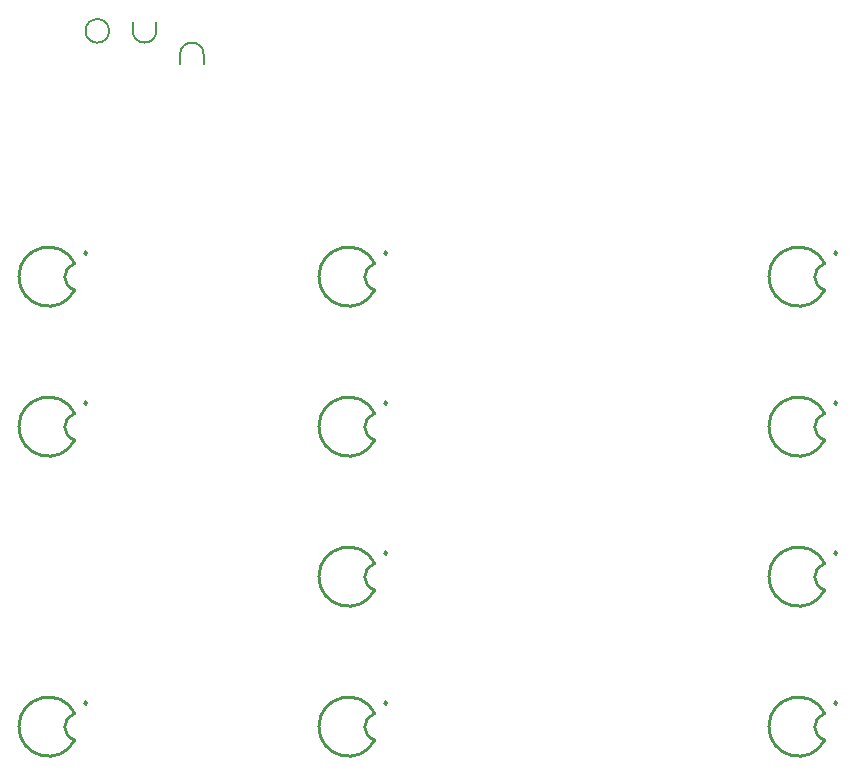
<source format=gbo>
%FSLAX25Y25*%
%MOIN*%
G70*
G01*
G75*
G04 Layer_Color=32896*
%ADD10R,0.05118X0.03937*%
%ADD11R,0.03937X0.05118*%
%ADD12R,0.05512X0.05512*%
%ADD13R,0.05000X0.02992*%
%ADD14O,0.02362X0.07874*%
%ADD15O,0.01772X0.08268*%
%ADD16C,0.00800*%
%ADD17C,0.01000*%
%ADD18C,0.02000*%
%ADD19C,0.00600*%
%ADD20C,0.02500*%
%ADD21C,0.01200*%
%ADD22C,0.25000*%
%ADD23C,0.05906*%
%ADD24R,0.05906X0.05906*%
%ADD25C,0.05700*%
%ADD26C,0.04000*%
%ADD27C,0.03000*%
%ADD28C,0.06000*%
%ADD29C,0.00984*%
%ADD30C,0.02362*%
%ADD31C,0.00787*%
%ADD32C,0.00500*%
%ADD33C,0.00700*%
%ADD34R,0.05918X0.04737*%
%ADD35R,0.04737X0.05918*%
%ADD36R,0.06312X0.06312*%
%ADD37R,0.05800X0.03792*%
%ADD38O,0.03162X0.08674*%
%ADD39O,0.02572X0.09068*%
%ADD40C,0.25800*%
%ADD41C,0.06706*%
%ADD42R,0.06706X0.06706*%
%ADD43C,0.06500*%
%ADD44C,0.04800*%
%ADD45C,0.03800*%
%ADD46C,0.06800*%
D17*
X262947Y557900D02*
G03*
X262947Y557900I-447J0D01*
G01*
X258810Y554405D02*
G03*
X258749Y545475I-8810J-4405D01*
G01*
X258567Y554303D02*
G03*
X258451Y545639I1483J-4353D01*
G01*
X262947Y507900D02*
G03*
X262947Y507900I-447J0D01*
G01*
X258810Y504405D02*
G03*
X258749Y495475I-8810J-4405D01*
G01*
X258567Y504303D02*
G03*
X258451Y495639I1483J-4353D01*
G01*
X362947Y407900D02*
G03*
X362947Y407900I-447J0D01*
G01*
X358810Y404405D02*
G03*
X358749Y395475I-8810J-4405D01*
G01*
X358567Y404303D02*
G03*
X358451Y395638I1483J-4353D01*
G01*
X362947Y457900D02*
G03*
X362947Y457900I-447J0D01*
G01*
X358810Y454405D02*
G03*
X358749Y445475I-8810J-4405D01*
G01*
X358567Y454303D02*
G03*
X358451Y445639I1483J-4353D01*
G01*
X512947Y557900D02*
G03*
X512947Y557900I-447J0D01*
G01*
X508810Y554405D02*
G03*
X508749Y545475I-8810J-4405D01*
G01*
X508567Y554303D02*
G03*
X508451Y545639I1483J-4353D01*
G01*
X362947Y507900D02*
G03*
X362947Y507900I-447J0D01*
G01*
X358810Y504405D02*
G03*
X358749Y495475I-8810J-4405D01*
G01*
X358567Y504303D02*
G03*
X358451Y495639I1483J-4353D01*
G01*
X512947Y507900D02*
G03*
X512947Y507900I-447J0D01*
G01*
X508810Y504405D02*
G03*
X508749Y495475I-8810J-4405D01*
G01*
X508567Y504303D02*
G03*
X508451Y495639I1483J-4353D01*
G01*
X362947Y557900D02*
G03*
X362947Y557900I-447J0D01*
G01*
X358810Y554405D02*
G03*
X358749Y545475I-8810J-4405D01*
G01*
X358567Y554303D02*
G03*
X358451Y545639I1483J-4353D01*
G01*
X512947Y457900D02*
G03*
X512947Y457900I-447J0D01*
G01*
X508810Y454405D02*
G03*
X508749Y445475I-8810J-4405D01*
G01*
X508567Y454303D02*
G03*
X508451Y445639I1483J-4353D01*
G01*
X262947Y407900D02*
G03*
X262947Y407900I-447J0D01*
G01*
X258810Y404405D02*
G03*
X258749Y395475I-8810J-4405D01*
G01*
X258567Y404303D02*
G03*
X258451Y395638I1483J-4353D01*
G01*
X512947Y407900D02*
G03*
X512947Y407900I-447J0D01*
G01*
X508810Y404405D02*
G03*
X508749Y395475I-8810J-4405D01*
G01*
X508567Y404303D02*
G03*
X508451Y395638I1483J-4353D01*
G01*
D33*
X301748Y624063D02*
G03*
X293874Y624063I-3937J0D01*
G01*
X270252Y631937D02*
G03*
X270252Y631937I-3937J0D01*
G01*
X278126D02*
G03*
X286000Y631937I3937J0D01*
G01*
X301748Y621000D02*
Y624063D01*
X293874Y621000D02*
Y624063D01*
X286000Y631937D02*
Y635000D01*
X278126Y631937D02*
Y635000D01*
M02*

</source>
